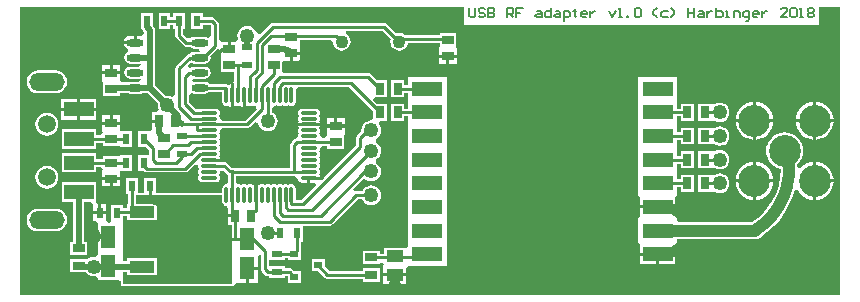
<source format=gtl>
G04 Layer_Physical_Order=1*
G04 Layer_Color=255*
%FSLAX42Y42*%
%MOMM*%
G71*
G01*
G75*
%ADD10C,1.00*%
%ADD11R,0.95X0.60*%
%ADD12R,1.00X0.80*%
%ADD13R,0.74X1.02*%
%ADD14R,2.50X1.20*%
%ADD15R,1.45X1.00*%
%ADD16R,1.02X0.74*%
%ADD17R,0.70X0.60*%
%ADD18R,1.30X1.95*%
%ADD19R,0.80X1.00*%
%ADD20R,2.15X1.00*%
%ADD21R,2.15X3.25*%
%ADD22R,0.60X0.95*%
%ADD23O,1.45X0.60*%
%ADD24O,1.45X0.30*%
%ADD25O,0.30X1.45*%
%ADD26R,2.50X1.25*%
%ADD27C,0.80*%
%ADD28C,0.25*%
%ADD29C,0.50*%
%ADD30C,0.20*%
%ADD31C,2.70*%
%ADD32C,1.10*%
%ADD33C,1.50*%
%ADD34O,3.00X1.50*%
%ADD35C,1.25*%
G36*
X6969Y31D02*
X31D01*
Y2469D01*
X3790D01*
Y2313D01*
X6789D01*
Y2469D01*
X6969D01*
Y31D01*
D02*
G37*
%LPC*%
G36*
X6768Y1155D02*
Y1008D01*
X6915D01*
X6913Y1026D01*
X6904Y1057D01*
X6889Y1085D01*
X6869Y1109D01*
X6845Y1129D01*
X6817Y1144D01*
X6786Y1153D01*
X6768Y1155D01*
D02*
G37*
G36*
X669Y1232D02*
X379D01*
Y1068D01*
X669D01*
Y1117D01*
X711D01*
X727Y1092D01*
X725Y1080D01*
X725Y1067D01*
Y1028D01*
X875D01*
Y1057D01*
X875Y1080D01*
X900Y1082D01*
X975D01*
Y1218D01*
X875D01*
Y1218D01*
X870Y1210D01*
X730D01*
Y1183D01*
X669D01*
Y1232D01*
D02*
G37*
G36*
X5950Y1058D02*
X5928Y1055D01*
X5908Y1047D01*
X5907Y1046D01*
X5882Y1046D01*
Y1046D01*
X5768D01*
Y904D01*
X5882D01*
Y904D01*
X5907Y904D01*
X5908Y903D01*
X5928Y895D01*
X5950Y892D01*
X5972Y895D01*
X5992Y903D01*
X6009Y916D01*
X6022Y933D01*
X6030Y953D01*
X6033Y975D01*
X6030Y997D01*
X6022Y1017D01*
X6009Y1034D01*
X5992Y1047D01*
X5972Y1055D01*
X5950Y1058D01*
D02*
G37*
G36*
X6258Y1155D02*
Y1008D01*
X6405D01*
X6403Y1026D01*
X6394Y1057D01*
X6379Y1085D01*
X6359Y1109D01*
X6335Y1129D01*
X6307Y1144D01*
X6276Y1153D01*
X6258Y1155D01*
D02*
G37*
G36*
X787Y1002D02*
X725D01*
Y950D01*
X787D01*
Y1002D01*
D02*
G37*
G36*
X875D02*
X813D01*
Y950D01*
X875D01*
Y1002D01*
D02*
G37*
G36*
X6232Y1155D02*
X6214Y1153D01*
X6183Y1144D01*
X6155Y1129D01*
X6131Y1109D01*
X6111Y1085D01*
X6096Y1057D01*
X6087Y1026D01*
X6085Y1008D01*
X6232D01*
Y1155D01*
D02*
G37*
G36*
X6915Y1492D02*
X6768D01*
Y1345D01*
X6786Y1347D01*
X6817Y1356D01*
X6845Y1371D01*
X6869Y1391D01*
X6889Y1415D01*
X6904Y1443D01*
X6913Y1474D01*
X6915Y1492D01*
D02*
G37*
G36*
X254Y1571D02*
X229Y1568D01*
X206Y1558D01*
X186Y1543D01*
X171Y1523D01*
X161Y1500D01*
X158Y1475D01*
X161Y1450D01*
X171Y1427D01*
X186Y1407D01*
X206Y1392D01*
X229Y1382D01*
X254Y1379D01*
X279Y1382D01*
X302Y1392D01*
X322Y1407D01*
X337Y1427D01*
X347Y1450D01*
X350Y1475D01*
X347Y1500D01*
X337Y1523D01*
X322Y1543D01*
X302Y1558D01*
X279Y1568D01*
X254Y1571D01*
D02*
G37*
G36*
X875Y1472D02*
X800D01*
X725D01*
Y1433D01*
X725Y1420D01*
X727Y1408D01*
X711Y1383D01*
X669D01*
Y1432D01*
X379D01*
Y1268D01*
X669D01*
Y1317D01*
X730D01*
Y1290D01*
X870D01*
X875Y1282D01*
Y1282D01*
X975D01*
Y1418D01*
X900D01*
X875Y1420D01*
X875Y1443D01*
Y1472D01*
D02*
G37*
G36*
X6742Y1492D02*
X6595D01*
X6597Y1474D01*
X6606Y1443D01*
X6621Y1415D01*
X6641Y1391D01*
X6665Y1371D01*
X6693Y1356D01*
X6724Y1347D01*
X6742Y1345D01*
Y1492D01*
D02*
G37*
G36*
X5950Y1258D02*
X5928Y1255D01*
X5908Y1247D01*
X5907Y1246D01*
X5882Y1246D01*
Y1246D01*
X5768D01*
Y1104D01*
X5882D01*
Y1104D01*
X5907Y1104D01*
X5908Y1103D01*
X5928Y1095D01*
X5950Y1092D01*
X5972Y1095D01*
X5992Y1103D01*
X6009Y1116D01*
X6022Y1133D01*
X6030Y1153D01*
X6033Y1175D01*
X6030Y1197D01*
X6022Y1217D01*
X6009Y1234D01*
X5992Y1247D01*
X5972Y1255D01*
X5950Y1258D01*
D02*
G37*
G36*
X6232Y1492D02*
X6085D01*
X6087Y1474D01*
X6096Y1443D01*
X6111Y1415D01*
X6131Y1391D01*
X6155Y1371D01*
X6183Y1356D01*
X6214Y1347D01*
X6232Y1345D01*
Y1492D01*
D02*
G37*
G36*
X6405D02*
X6258D01*
Y1345D01*
X6276Y1347D01*
X6307Y1356D01*
X6335Y1371D01*
X6359Y1391D01*
X6379Y1415D01*
X6394Y1443D01*
X6403Y1474D01*
X6405Y1492D01*
D02*
G37*
G36*
X5412Y362D02*
X5275D01*
Y290D01*
X5412D01*
Y362D01*
D02*
G37*
G36*
X5575D02*
X5438D01*
Y290D01*
X5575D01*
Y362D01*
D02*
G37*
G36*
X329Y761D02*
X179D01*
X154Y758D01*
X131Y748D01*
X111Y733D01*
X96Y713D01*
X86Y690D01*
X83Y665D01*
X86Y640D01*
X96Y617D01*
X111Y597D01*
X131Y582D01*
X154Y572D01*
X179Y569D01*
X329D01*
X354Y572D01*
X377Y582D01*
X397Y597D01*
X412Y617D01*
X422Y640D01*
X425Y665D01*
X422Y690D01*
X412Y713D01*
X397Y733D01*
X377Y748D01*
X354Y758D01*
X329Y761D01*
D02*
G37*
G36*
X2605Y330D02*
X2495D01*
Y230D01*
X2553D01*
X2607Y177D01*
X2617Y169D01*
X2630Y167D01*
X2929D01*
Y143D01*
X3071D01*
Y257D01*
X2929D01*
Y233D01*
X2644D01*
X2605Y272D01*
Y330D01*
D02*
G37*
G36*
X3187Y187D02*
X3102D01*
Y125D01*
X3187D01*
Y187D01*
D02*
G37*
G36*
X3298D02*
X3213D01*
Y125D01*
X3298D01*
Y187D01*
D02*
G37*
G36*
X2040Y242D02*
X1963D01*
Y132D01*
X2040D01*
Y242D01*
D02*
G37*
G36*
X6500Y1406D02*
X6470Y1403D01*
X6440Y1394D01*
X6413Y1380D01*
X6390Y1360D01*
X6370Y1337D01*
X6356Y1310D01*
X6347Y1280D01*
X6344Y1250D01*
X6347Y1220D01*
X6356Y1190D01*
X6370Y1163D01*
X6390Y1140D01*
X6413Y1120D01*
X6440Y1106D01*
X6468Y1098D01*
X6468Y1097D01*
X6464Y1026D01*
X6450Y956D01*
X6427Y888D01*
X6395Y824D01*
X6355Y764D01*
X6308Y710D01*
X6254Y663D01*
X6228Y646D01*
X5608D01*
X5590Y663D01*
X5590Y675D01*
X5575Y694D01*
X5575Y700D01*
Y762D01*
X5425D01*
X5275D01*
X5275Y694D01*
X5260Y675D01*
X5260Y671D01*
X5260Y475D01*
X5275Y456D01*
X5275Y450D01*
Y388D01*
X5425D01*
X5575D01*
X5575Y456D01*
X5590Y475D01*
X5590Y479D01*
Y504D01*
X6250D01*
X6266Y506D01*
X6268Y507D01*
X6288Y515D01*
X6288Y515D01*
X6350Y559D01*
X6408Y611D01*
X6459Y668D01*
X6504Y731D01*
X6541Y799D01*
X6571Y870D01*
X6585Y920D01*
X6612Y922D01*
X6621Y905D01*
X6641Y881D01*
X6665Y861D01*
X6693Y846D01*
X6724Y837D01*
X6742Y835D01*
Y995D01*
Y1155D01*
X6724Y1153D01*
X6693Y1144D01*
X6665Y1129D01*
X6641Y1109D01*
X6634Y1101D01*
X6609Y1109D01*
X6607Y1137D01*
X6610Y1140D01*
X6630Y1163D01*
X6644Y1190D01*
X6653Y1220D01*
X6656Y1250D01*
X6653Y1280D01*
X6644Y1310D01*
X6630Y1337D01*
X6610Y1360D01*
X6587Y1380D01*
X6560Y1394D01*
X6530Y1403D01*
X6500Y1406D01*
D02*
G37*
G36*
X6915Y982D02*
X6768D01*
Y835D01*
X6786Y837D01*
X6817Y846D01*
X6845Y861D01*
X6869Y881D01*
X6889Y905D01*
X6904Y933D01*
X6913Y964D01*
X6915Y982D01*
D02*
G37*
G36*
X254Y1121D02*
X229Y1118D01*
X206Y1108D01*
X186Y1093D01*
X171Y1073D01*
X161Y1050D01*
X158Y1025D01*
X161Y1000D01*
X171Y977D01*
X186Y957D01*
X206Y942D01*
X229Y932D01*
X254Y929D01*
X279Y932D01*
X302Y942D01*
X322Y957D01*
X337Y977D01*
X347Y1000D01*
X350Y1025D01*
X347Y1050D01*
X337Y1073D01*
X322Y1093D01*
X302Y1108D01*
X279Y1118D01*
X254Y1121D01*
D02*
G37*
G36*
X6405Y982D02*
X6258D01*
Y835D01*
X6276Y837D01*
X6307Y846D01*
X6335Y861D01*
X6359Y881D01*
X6379Y905D01*
X6394Y933D01*
X6403Y964D01*
X6405Y982D01*
D02*
G37*
G36*
X669Y982D02*
X379D01*
Y818D01*
X478D01*
Y482D01*
X454D01*
Y368D01*
X596D01*
Y482D01*
X570D01*
Y818D01*
X632D01*
X645Y798D01*
X645Y793D01*
Y738D01*
X687D01*
Y798D01*
X682D01*
X669Y818D01*
X669Y823D01*
Y982D01*
D02*
G37*
G36*
X755Y798D02*
X713D01*
Y738D01*
X755D01*
Y798D01*
D02*
G37*
G36*
X6232Y982D02*
X6085D01*
X6087Y964D01*
X6096Y933D01*
X6111Y905D01*
X6131Y881D01*
X6155Y861D01*
X6183Y846D01*
X6214Y837D01*
X6232Y835D01*
Y982D01*
D02*
G37*
G36*
X329Y1931D02*
X179D01*
X154Y1928D01*
X131Y1918D01*
X111Y1903D01*
X96Y1883D01*
X86Y1860D01*
X83Y1835D01*
X86Y1810D01*
X96Y1787D01*
X111Y1767D01*
X131Y1752D01*
X154Y1742D01*
X179Y1739D01*
X329D01*
X354Y1742D01*
X377Y1752D01*
X397Y1767D01*
X412Y1787D01*
X422Y1810D01*
X425Y1835D01*
X422Y1860D01*
X412Y1883D01*
X397Y1903D01*
X377Y1918D01*
X354Y1928D01*
X329Y1931D01*
D02*
G37*
G36*
X3640Y1875D02*
X3310D01*
Y1808D01*
X3281D01*
Y1846D01*
X3167D01*
Y1704D01*
X3281D01*
Y1742D01*
X3310D01*
X3310Y1675D01*
X3310Y1650D01*
Y1608D01*
X3281D01*
Y1646D01*
X3167D01*
Y1504D01*
X3281D01*
Y1542D01*
X3310D01*
X3310Y1475D01*
X3310Y1450D01*
Y1300D01*
X3310Y1275D01*
X3310Y1250D01*
Y1100D01*
X3310Y1075D01*
X3310Y1050D01*
Y900D01*
X3310Y875D01*
X3310Y850D01*
Y700D01*
X3310Y675D01*
X3310Y650D01*
Y500D01*
X3310Y475D01*
X3310Y448D01*
X3292Y430D01*
X3108D01*
Y380D01*
X3071D01*
Y404D01*
X2929D01*
Y290D01*
X3071D01*
Y298D01*
X3096Y304D01*
X3105Y289D01*
X3102Y275D01*
X3102Y267D01*
Y213D01*
X3298D01*
Y255D01*
X3310Y275D01*
X3322Y275D01*
X3640D01*
Y450D01*
X3640Y475D01*
X3640Y500D01*
Y650D01*
X3640Y675D01*
X3640Y700D01*
Y850D01*
X3640Y875D01*
X3640Y900D01*
Y1050D01*
X3640Y1075D01*
X3640Y1100D01*
Y1250D01*
X3640Y1275D01*
X3640Y1300D01*
Y1450D01*
X3640Y1475D01*
X3640Y1500D01*
Y1650D01*
X3640Y1675D01*
X3640Y1700D01*
Y1875D01*
D02*
G37*
G36*
X787Y1975D02*
X725D01*
Y1923D01*
X787D01*
Y1975D01*
D02*
G37*
G36*
X511Y1688D02*
X374D01*
Y1613D01*
X511D01*
Y1688D01*
D02*
G37*
G36*
X674D02*
X537D01*
Y1613D01*
X674D01*
Y1688D01*
D02*
G37*
G36*
X5950Y1658D02*
X5928Y1655D01*
X5908Y1647D01*
X5907Y1646D01*
X5882Y1646D01*
Y1646D01*
X5768D01*
Y1504D01*
X5882D01*
Y1504D01*
X5907Y1504D01*
X5908Y1503D01*
X5928Y1495D01*
X5950Y1492D01*
X5972Y1495D01*
X5992Y1503D01*
X6009Y1516D01*
X6022Y1533D01*
X6030Y1553D01*
X6033Y1575D01*
X6030Y1597D01*
X6022Y1617D01*
X6009Y1634D01*
X5992Y1647D01*
X5972Y1655D01*
X5950Y1658D01*
D02*
G37*
G36*
X2400Y2062D02*
X2338D01*
Y2010D01*
X2400D01*
Y2062D01*
D02*
G37*
G36*
X990Y2222D02*
X960D01*
X938Y2218D01*
X920Y2205D01*
X908Y2187D01*
X906Y2178D01*
X990D01*
Y2222D01*
D02*
G37*
G36*
X1575Y2417D02*
X1475D01*
Y2283D01*
X1575D01*
Y2317D01*
X1636D01*
X1642Y2311D01*
Y2219D01*
X1617Y2208D01*
X1610Y2213D01*
X1590Y2216D01*
X1505D01*
X1485Y2213D01*
X1469Y2202D01*
X1444Y2203D01*
X1408Y2239D01*
Y2283D01*
X1425D01*
Y2417D01*
X1325D01*
Y2383D01*
X1300D01*
Y2417D01*
X1200D01*
Y2283D01*
X1300D01*
Y2317D01*
X1325D01*
Y2283D01*
X1342D01*
Y2225D01*
X1344Y2212D01*
X1352Y2202D01*
X1411Y2142D01*
X1422Y2135D01*
X1435Y2132D01*
X1467D01*
X1469Y2129D01*
X1485Y2118D01*
X1505Y2115D01*
X1541D01*
X1555Y2090D01*
X1555Y2089D01*
X1505D01*
X1485Y2086D01*
X1469Y2075D01*
X1467Y2072D01*
X1464D01*
X1451Y2069D01*
X1440Y2062D01*
X1352Y1973D01*
X1344Y1963D01*
X1342Y1950D01*
Y1719D01*
X1317Y1706D01*
X1317Y1707D01*
X1297Y1715D01*
X1275Y1718D01*
X1259Y1716D01*
X1171Y1804D01*
Y2050D01*
Y2275D01*
X1167Y2293D01*
X1157Y2307D01*
X1150Y2315D01*
Y2417D01*
X1050D01*
Y2283D01*
X1058D01*
X1058Y2282D01*
X1068Y2268D01*
X1075Y2260D01*
X1074Y2235D01*
X1054Y2220D01*
X1045Y2222D01*
X1015D01*
Y2166D01*
X1002D01*
Y2153D01*
X906D01*
X908Y2144D01*
X920Y2126D01*
X938Y2113D01*
X945Y2112D01*
Y2087D01*
X940Y2086D01*
X924Y2075D01*
X913Y2058D01*
X909Y2039D01*
X913Y2019D01*
X924Y2002D01*
X940Y1991D01*
X960Y1988D01*
X1045D01*
X1052Y1982D01*
X1029Y1962D01*
X960D01*
X940Y1959D01*
X924Y1948D01*
X913Y1931D01*
X909Y1911D01*
X913Y1892D01*
X924Y1875D01*
X940Y1864D01*
X960Y1861D01*
X1045D01*
X1052Y1855D01*
X1029Y1835D01*
X960D01*
X940Y1832D01*
X939Y1830D01*
X895D01*
X875Y1845D01*
X875Y1858D01*
Y1897D01*
X800D01*
X725D01*
Y1858D01*
X725Y1845D01*
X730Y1822D01*
Y1715D01*
X870D01*
Y1739D01*
X939D01*
X940Y1737D01*
X960Y1734D01*
X1045D01*
X1065Y1737D01*
X1066Y1739D01*
X1106D01*
X1194Y1651D01*
X1192Y1634D01*
X1195Y1613D01*
X1200Y1600D01*
X1190Y1581D01*
X1185Y1575D01*
X1142D01*
Y1513D01*
X1207D01*
Y1487D01*
X1142D01*
Y1448D01*
X1142Y1446D01*
X1141Y1434D01*
X1127Y1420D01*
X1127Y1420D01*
X1116Y1418D01*
X1116Y1418D01*
X1105Y1418D01*
X1025D01*
Y1282D01*
X1096D01*
X1117Y1261D01*
Y1218D01*
X1025D01*
Y1082D01*
X1071D01*
X1077Y1077D01*
X1087Y1069D01*
X1100Y1067D01*
X1425D01*
X1438Y1069D01*
X1448Y1077D01*
X1512Y1141D01*
X1535Y1128D01*
X1534Y1123D01*
X1537Y1109D01*
X1545Y1098D01*
X1537Y1086D01*
X1534Y1073D01*
X1537Y1059D01*
X1545Y1048D01*
X1537Y1036D01*
X1534Y1023D01*
X1537Y1009D01*
X1545Y997D01*
X1556Y990D01*
X1570Y987D01*
X1685D01*
X1699Y990D01*
X1710Y997D01*
X1718Y1009D01*
X1721Y1023D01*
X1718Y1036D01*
X1710Y1048D01*
X1718Y1059D01*
X1721Y1073D01*
X1723Y1075D01*
X1754Y1077D01*
X1780Y1052D01*
X1790Y1044D01*
X1792Y1044D01*
Y990D01*
X1775Y968D01*
X1761Y965D01*
X1750Y958D01*
X1742Y946D01*
X1739Y932D01*
Y895D01*
X1175D01*
Y1018D01*
X1075D01*
Y895D01*
X1025D01*
Y1018D01*
X925D01*
Y882D01*
X942D01*
Y800D01*
X930D01*
Y763D01*
X900D01*
Y793D01*
X800D01*
Y668D01*
X800Y657D01*
X781Y643D01*
X777D01*
X755Y652D01*
X755Y668D01*
Y712D01*
X700D01*
X645D01*
Y652D01*
X663D01*
X685Y643D01*
X685Y627D01*
Y533D01*
X775D01*
Y507D01*
X685D01*
Y415D01*
X685Y397D01*
X690Y374D01*
Y366D01*
X665Y351D01*
X650Y353D01*
X628Y350D01*
X608Y342D01*
X605Y340D01*
X596Y335D01*
X454D01*
Y221D01*
X584D01*
X591Y211D01*
X608Y198D01*
X628Y190D01*
X650Y187D01*
X665Y189D01*
X690Y174D01*
Y158D01*
X860D01*
X880Y144D01*
Y125D01*
X881Y117D01*
X886Y111D01*
X892Y106D01*
X900Y105D01*
X1825D01*
X1833Y106D01*
X1839Y111D01*
X1842Y114D01*
X1849Y122D01*
X1858Y129D01*
X1868Y132D01*
X1870D01*
X1937D01*
Y255D01*
X1950D01*
Y268D01*
X2040D01*
Y352D01*
X2054Y365D01*
X2065Y369D01*
X2067Y368D01*
Y250D01*
X2069Y237D01*
X2077Y227D01*
X2102Y202D01*
X2112Y194D01*
X2125Y192D01*
X2133D01*
Y175D01*
X2267D01*
Y192D01*
X2295D01*
Y135D01*
X2405D01*
Y235D01*
X2347D01*
X2333Y248D01*
X2323Y256D01*
X2310Y258D01*
X2267D01*
Y275D01*
X2133D01*
Y325D01*
X2267D01*
Y342D01*
X2295D01*
Y325D01*
X2405D01*
Y386D01*
X2406Y387D01*
X2408Y400D01*
Y482D01*
X2425D01*
Y617D01*
X2650D01*
X2663Y619D01*
X2673Y627D01*
X2889Y842D01*
X2924D01*
X2928Y833D01*
X2941Y816D01*
X2958Y803D01*
X2978Y795D01*
X3000Y792D01*
X3022Y795D01*
X3042Y803D01*
X3059Y816D01*
X3072Y833D01*
X3080Y853D01*
X3083Y875D01*
X3080Y897D01*
X3072Y917D01*
X3059Y934D01*
X3042Y947D01*
X3022Y955D01*
X3000Y958D01*
X2978Y955D01*
X2958Y947D01*
X2941Y934D01*
X2928Y917D01*
X2924Y908D01*
X2875D01*
X2862Y906D01*
X2848Y926D01*
X2938Y1016D01*
X2941Y1016D01*
X2958Y1003D01*
X2978Y995D01*
X3000Y992D01*
X3022Y995D01*
X3042Y1003D01*
X3059Y1016D01*
X3072Y1033D01*
X3080Y1053D01*
X3083Y1075D01*
X3080Y1097D01*
X3072Y1117D01*
X3059Y1134D01*
X3042Y1147D01*
X3037Y1149D01*
Y1176D01*
X3042Y1178D01*
X3059Y1191D01*
X3072Y1208D01*
X3080Y1228D01*
X3083Y1250D01*
X3080Y1272D01*
X3072Y1292D01*
X3059Y1309D01*
X3042Y1322D01*
X3037Y1324D01*
Y1351D01*
X3042Y1353D01*
X3059Y1366D01*
X3072Y1383D01*
X3080Y1403D01*
X3083Y1425D01*
X3080Y1447D01*
X3072Y1467D01*
X3063Y1479D01*
X3068Y1496D01*
X3074Y1504D01*
X3133D01*
Y1646D01*
X3052D01*
X3019Y1679D01*
X3030Y1704D01*
X3040Y1704D01*
X3133D01*
Y1846D01*
X3052D01*
X3000Y1898D01*
X2989Y1906D01*
X2976Y1908D01*
X2267D01*
X2245Y1915D01*
X2245Y1920D01*
Y1987D01*
X2250Y2010D01*
X2312D01*
Y2075D01*
X2325D01*
Y2088D01*
X2400D01*
Y2140D01*
X2400D01*
X2395Y2150D01*
Y2192D01*
X2660D01*
X2674Y2175D01*
X2677Y2155D01*
X2684Y2137D01*
X2697Y2122D01*
X2712Y2109D01*
X2730Y2102D01*
X2750Y2099D01*
X2770Y2102D01*
X2788Y2109D01*
X2803Y2122D01*
X2816Y2137D01*
X2823Y2155D01*
X2826Y2175D01*
X2823Y2195D01*
X2816Y2213D01*
X2803Y2228D01*
X2788Y2241D01*
X2785Y2242D01*
X2790Y2267D01*
X3094D01*
X3165Y2196D01*
X3165Y2195D01*
X3162Y2175D01*
X3165Y2155D01*
X3172Y2137D01*
X3185Y2122D01*
X3200Y2109D01*
X3218Y2102D01*
X3238Y2099D01*
X3258Y2102D01*
X3276Y2109D01*
X3291Y2122D01*
X3304Y2137D01*
X3311Y2155D01*
X3313Y2167D01*
X3580D01*
Y2138D01*
X3575Y2115D01*
X3575Y2102D01*
Y2063D01*
X3650D01*
Y2050D01*
D01*
Y2063D01*
X3725D01*
Y2102D01*
X3725Y2115D01*
X3720Y2138D01*
Y2245D01*
X3580D01*
Y2233D01*
X3285D01*
X3276Y2241D01*
X3258Y2248D01*
X3238Y2251D01*
X3218Y2248D01*
X3210Y2245D01*
X3131Y2323D01*
X3121Y2331D01*
X3108Y2333D01*
X2165D01*
X2153Y2331D01*
X2142Y2323D01*
X2057Y2238D01*
X2030Y2247D01*
X2022Y2267D01*
X2009Y2284D01*
X1992Y2297D01*
X1972Y2305D01*
X1950Y2308D01*
X1928Y2305D01*
X1908Y2297D01*
X1891Y2284D01*
X1878Y2267D01*
X1870Y2247D01*
X1867Y2225D01*
X1870Y2203D01*
X1871Y2200D01*
X1854Y2175D01*
X1813D01*
Y2110D01*
X1787D01*
Y2175D01*
X1733D01*
X1725Y2175D01*
X1708Y2194D01*
Y2325D01*
X1706Y2338D01*
X1698Y2348D01*
X1673Y2373D01*
X1663Y2381D01*
X1650Y2383D01*
X1575D01*
Y2417D01*
D02*
G37*
G36*
X875Y1975D02*
X813D01*
Y1923D01*
X875D01*
Y1975D01*
D02*
G37*
G36*
X3637Y2037D02*
X3575D01*
Y1985D01*
X3637D01*
Y2037D01*
D02*
G37*
G36*
X3725D02*
X3663D01*
Y1985D01*
X3725D01*
Y2037D01*
D02*
G37*
G36*
X6768Y1665D02*
Y1518D01*
X6915D01*
X6913Y1536D01*
X6904Y1567D01*
X6889Y1595D01*
X6869Y1619D01*
X6845Y1639D01*
X6817Y1654D01*
X6786Y1663D01*
X6768Y1665D01*
D02*
G37*
G36*
X5590Y1875D02*
X5260D01*
Y1700D01*
X5260Y1675D01*
X5260Y1650D01*
Y1500D01*
X5260Y1475D01*
X5260Y1450D01*
Y1300D01*
X5260Y1275D01*
X5260Y1250D01*
Y1100D01*
X5260Y1075D01*
X5260Y1050D01*
X5260Y875D01*
X5275Y856D01*
X5275Y850D01*
Y788D01*
X5425D01*
X5575D01*
X5575Y856D01*
X5590Y875D01*
X5590Y879D01*
Y942D01*
X5621D01*
Y904D01*
X5735D01*
Y1046D01*
X5621D01*
Y1008D01*
X5590D01*
X5590Y1075D01*
X5590Y1100D01*
Y1142D01*
X5621D01*
Y1104D01*
X5735D01*
Y1246D01*
X5621D01*
Y1208D01*
X5590D01*
X5590Y1275D01*
X5590Y1300D01*
Y1342D01*
X5621D01*
Y1304D01*
X5735D01*
Y1446D01*
X5621D01*
Y1408D01*
X5590D01*
X5590Y1475D01*
X5590Y1500D01*
Y1542D01*
X5621D01*
Y1504D01*
X5735D01*
Y1646D01*
X5621D01*
Y1608D01*
X5590D01*
X5590Y1675D01*
X5590Y1700D01*
Y1875D01*
D02*
G37*
G36*
X511Y1587D02*
X374D01*
Y1512D01*
X511D01*
Y1587D01*
D02*
G37*
G36*
X875Y1550D02*
X813D01*
Y1498D01*
X875D01*
Y1550D01*
D02*
G37*
G36*
X5950Y1458D02*
X5928Y1455D01*
X5908Y1447D01*
X5907Y1446D01*
X5882Y1446D01*
Y1446D01*
X5768D01*
Y1304D01*
X5882D01*
Y1304D01*
X5907Y1304D01*
X5908Y1303D01*
X5928Y1295D01*
X5950Y1292D01*
X5972Y1295D01*
X5992Y1303D01*
X6009Y1316D01*
X6022Y1333D01*
X6030Y1353D01*
X6033Y1375D01*
X6030Y1397D01*
X6022Y1417D01*
X6009Y1434D01*
X5992Y1447D01*
X5972Y1455D01*
X5950Y1458D01*
D02*
G37*
G36*
X787Y1550D02*
X725D01*
Y1498D01*
X787D01*
Y1550D01*
D02*
G37*
G36*
X674Y1587D02*
X537D01*
Y1512D01*
X674D01*
Y1587D01*
D02*
G37*
G36*
X6258Y1665D02*
Y1518D01*
X6405D01*
X6403Y1536D01*
X6394Y1567D01*
X6379Y1595D01*
X6359Y1619D01*
X6335Y1639D01*
X6307Y1654D01*
X6276Y1663D01*
X6258Y1665D01*
D02*
G37*
G36*
X6742D02*
X6724Y1663D01*
X6693Y1654D01*
X6665Y1639D01*
X6641Y1619D01*
X6621Y1595D01*
X6606Y1567D01*
X6597Y1536D01*
X6595Y1518D01*
X6742D01*
Y1665D01*
D02*
G37*
G36*
X6232D02*
X6214Y1663D01*
X6183Y1654D01*
X6155Y1639D01*
X6131Y1619D01*
X6111Y1595D01*
X6096Y1567D01*
X6087Y1536D01*
X6085Y1518D01*
X6232D01*
Y1665D01*
D02*
G37*
%LPD*%
G36*
X2374Y1023D02*
X2377Y1007D01*
X2386Y993D01*
X2399Y984D01*
X2415Y981D01*
X2460D01*
Y1023D01*
X2485D01*
Y981D01*
X2524D01*
X2533Y967D01*
X2535Y957D01*
X2411Y833D01*
X2361D01*
Y932D01*
X2358Y946D01*
X2350Y958D01*
X2339Y965D01*
X2325Y968D01*
X2311Y965D01*
X2300Y958D01*
X2289Y965D01*
X2275Y968D01*
X2261Y965D01*
X2250Y958D01*
X2239Y965D01*
X2225Y968D01*
X2211Y965D01*
X2200Y958D01*
X2189Y965D01*
X2175Y968D01*
X2161Y965D01*
X2150Y958D01*
X2139Y965D01*
X2125Y968D01*
X2111Y965D01*
X2100Y958D01*
X2089Y965D01*
X2075Y968D01*
X2061Y965D01*
X2055Y961D01*
X2054Y962D01*
X2041Y971D01*
X2038Y971D01*
Y875D01*
X2012D01*
Y971D01*
X2009Y971D01*
X1996Y962D01*
X1995Y961D01*
X1989Y965D01*
X1975Y968D01*
X1961Y965D01*
X1950Y958D01*
X1939Y965D01*
X1925Y968D01*
X1911Y965D01*
X1900Y958D01*
X1889Y965D01*
X1875Y968D01*
X1858Y990D01*
Y1039D01*
X2352D01*
X2374Y1023D01*
D02*
G37*
G36*
X1725Y2107D02*
X1725Y2045D01*
X1730Y2022D01*
Y1915D01*
X1842D01*
Y1841D01*
X1825Y1819D01*
X1809Y1816D01*
X1796Y1807D01*
X1791Y1809D01*
X1789Y1810D01*
X1787Y1811D01*
X1778Y1815D01*
X1766Y1818D01*
X1628D01*
X1626Y1821D01*
X1610Y1832D01*
X1590Y1835D01*
X1505D01*
X1500Y1834D01*
X1481Y1848D01*
X1499Y1862D01*
X1505Y1861D01*
X1590D01*
X1610Y1864D01*
X1626Y1875D01*
X1637Y1892D01*
X1641Y1911D01*
X1637Y1931D01*
X1626Y1948D01*
X1610Y1959D01*
X1590Y1962D01*
X1505D01*
X1485Y1959D01*
X1469Y1948D01*
X1455Y1948D01*
X1445Y1974D01*
X1472Y2000D01*
X1485Y1991D01*
X1505Y1988D01*
X1590D01*
X1610Y1991D01*
X1626Y2002D01*
X1637Y2019D01*
X1641Y2039D01*
X1638Y2052D01*
X1698Y2112D01*
X1700Y2114D01*
X1725Y2107D01*
D02*
G37*
G36*
X1739Y1662D02*
X1742Y1649D01*
X1750Y1637D01*
X1761Y1630D01*
X1775Y1627D01*
X1789Y1630D01*
X1795Y1634D01*
X1796Y1633D01*
X1809Y1624D01*
X1812Y1624D01*
Y1720D01*
X1838D01*
Y1624D01*
X1841Y1624D01*
X1854Y1633D01*
X1855Y1634D01*
X1861Y1630D01*
X1875Y1627D01*
X1889Y1630D01*
X1895Y1634D01*
X1896Y1633D01*
X1909Y1624D01*
X1912Y1624D01*
Y1720D01*
X1938D01*
Y1624D01*
X1941Y1624D01*
X1954Y1633D01*
X1955Y1634D01*
X1961Y1630D01*
X1975Y1627D01*
X1989Y1630D01*
X1997Y1635D01*
X2010Y1630D01*
X2011Y1630D01*
X2015Y1629D01*
X2021Y1627D01*
X2028Y1614D01*
X2031Y1602D01*
X1934Y1506D01*
X1743D01*
X1721Y1523D01*
X1718Y1536D01*
X1710Y1548D01*
X1718Y1559D01*
X1721Y1573D01*
X1718Y1586D01*
X1710Y1598D01*
X1699Y1605D01*
X1685Y1608D01*
X1570D01*
X1557Y1606D01*
X1516D01*
X1458Y1664D01*
Y1726D01*
X1483Y1739D01*
X1485Y1737D01*
X1505Y1734D01*
X1590D01*
X1610Y1737D01*
X1626Y1748D01*
X1628Y1751D01*
X1739D01*
Y1662D01*
D02*
G37*
G36*
Y818D02*
X1742Y804D01*
X1750Y792D01*
X1761Y785D01*
X1763Y784D01*
X1776Y779D01*
X1785Y758D01*
Y713D01*
X1850D01*
Y687D01*
X1785D01*
Y625D01*
X1825D01*
Y125D01*
X1825Y125D01*
X900D01*
Y224D01*
X930D01*
Y200D01*
X1185D01*
Y340D01*
X930D01*
Y316D01*
X900D01*
Y697D01*
X930D01*
Y660D01*
X1185D01*
Y800D01*
X1008D01*
Y875D01*
X1739D01*
Y818D01*
D02*
G37*
G36*
X3019Y1585D02*
Y1525D01*
X3001Y1508D01*
X3000Y1508D01*
X2978Y1505D01*
X2958Y1497D01*
X2941Y1484D01*
X2928Y1467D01*
X2920Y1447D01*
X2917Y1425D01*
X2918Y1415D01*
X2882Y1378D01*
X2874Y1368D01*
X2872Y1355D01*
Y1294D01*
X2596Y1018D01*
X2584Y1020D01*
X2570Y1027D01*
X2568Y1038D01*
X2559Y1052D01*
X2558Y1052D01*
X2563Y1059D01*
X2566Y1073D01*
X2563Y1086D01*
X2555Y1098D01*
X2563Y1109D01*
X2566Y1123D01*
X2563Y1136D01*
X2555Y1148D01*
X2563Y1159D01*
X2566Y1173D01*
X2563Y1186D01*
X2555Y1198D01*
X2563Y1209D01*
X2566Y1223D01*
X2563Y1236D01*
X2555Y1248D01*
X2563Y1259D01*
X2566Y1273D01*
X2588Y1289D01*
X2630D01*
Y1265D01*
X2770D01*
Y1372D01*
X2775Y1395D01*
X2775Y1408D01*
Y1447D01*
X2700D01*
X2625D01*
Y1408D01*
X2625Y1395D01*
X2628Y1381D01*
X2613Y1356D01*
X2588D01*
X2566Y1373D01*
X2563Y1386D01*
X2555Y1398D01*
X2563Y1409D01*
X2566Y1423D01*
X2563Y1436D01*
X2558Y1443D01*
X2559Y1443D01*
X2568Y1457D01*
X2569Y1460D01*
X2473D01*
X2376D01*
X2377Y1457D01*
X2386Y1443D01*
X2387Y1443D01*
X2382Y1436D01*
X2379Y1423D01*
X2382Y1409D01*
X2390Y1398D01*
X2382Y1386D01*
X2379Y1373D01*
X2376Y1365D01*
X2360Y1353D01*
X2349Y1346D01*
X2327Y1323D01*
X2319Y1313D01*
X2317Y1300D01*
Y1106D01*
X1838D01*
X1825Y1108D01*
X1817D01*
X1777Y1148D01*
X1766Y1156D01*
X1753Y1158D01*
X1738D01*
X1726Y1173D01*
X1723Y1188D01*
X1714Y1202D01*
X1713Y1202D01*
X1718Y1209D01*
X1721Y1223D01*
X1718Y1236D01*
X1710Y1248D01*
X1718Y1259D01*
X1721Y1273D01*
X1718Y1286D01*
X1710Y1298D01*
X1718Y1309D01*
X1721Y1323D01*
X1718Y1336D01*
X1710Y1348D01*
X1718Y1359D01*
X1721Y1373D01*
X1718Y1386D01*
X1710Y1398D01*
X1718Y1409D01*
X1721Y1423D01*
X1743Y1439D01*
X1948D01*
X1960Y1442D01*
X1971Y1449D01*
X2017Y1495D01*
X2044Y1486D01*
X2045Y1478D01*
X2053Y1458D01*
X2066Y1441D01*
X2083Y1428D01*
X2103Y1420D01*
X2125Y1417D01*
X2147Y1420D01*
X2167Y1428D01*
X2184Y1441D01*
X2197Y1458D01*
X2205Y1478D01*
X2208Y1500D01*
X2205Y1522D01*
X2197Y1542D01*
X2184Y1559D01*
X2167Y1572D01*
X2158Y1576D01*
Y1605D01*
X2175Y1627D01*
X2189Y1630D01*
X2200Y1637D01*
X2211Y1630D01*
X2225Y1627D01*
X2239Y1630D01*
X2250Y1637D01*
X2261Y1630D01*
X2275Y1627D01*
X2289Y1630D01*
X2300Y1637D01*
X2311Y1630D01*
X2325Y1627D01*
X2339Y1630D01*
X2350Y1637D01*
X2358Y1649D01*
X2361Y1662D01*
Y1777D01*
X2383Y1792D01*
X2813D01*
X3019Y1585D01*
D02*
G37*
%LPC*%
G36*
X2687Y1525D02*
X2625D01*
Y1473D01*
X2687D01*
Y1525D01*
D02*
G37*
G36*
X2530Y1608D02*
X2415D01*
X2401Y1605D01*
X2390Y1598D01*
X2382Y1586D01*
X2379Y1573D01*
X2382Y1559D01*
X2390Y1548D01*
X2382Y1536D01*
X2379Y1523D01*
X2382Y1509D01*
X2387Y1502D01*
X2386Y1502D01*
X2377Y1488D01*
X2376Y1485D01*
X2473D01*
X2569D01*
X2568Y1488D01*
X2559Y1502D01*
X2558Y1502D01*
X2563Y1509D01*
X2566Y1523D01*
X2563Y1536D01*
X2555Y1548D01*
X2563Y1559D01*
X2566Y1573D01*
X2563Y1586D01*
X2555Y1598D01*
X2544Y1605D01*
X2530Y1608D01*
D02*
G37*
G36*
X2775Y1525D02*
X2713D01*
Y1473D01*
X2775D01*
Y1525D01*
D02*
G37*
%LPD*%
D10*
X6250Y575D02*
G03*
X6525Y1225I-329J522D01*
G01*
X5425Y575D02*
X6250D01*
D11*
X1400Y1375D02*
D03*
Y1225D02*
D03*
X2200Y375D02*
D03*
Y225D02*
D03*
X1950Y2125D02*
D03*
Y1975D02*
D03*
D12*
X1250Y1225D02*
D03*
Y1360D02*
D03*
X2700Y1460D02*
D03*
Y1325D02*
D03*
X2325Y2210D02*
D03*
Y2075D02*
D03*
X800Y1015D02*
D03*
Y1150D02*
D03*
Y1485D02*
D03*
Y1350D02*
D03*
X1800Y2110D02*
D03*
Y1975D02*
D03*
X2175Y2110D02*
D03*
Y1975D02*
D03*
X3650Y2185D02*
D03*
Y2050D02*
D03*
X800Y1910D02*
D03*
Y1775D02*
D03*
D13*
X5678Y1375D02*
D03*
X5825D02*
D03*
X5678Y1575D02*
D03*
X5825D02*
D03*
X5678Y1175D02*
D03*
X5825D02*
D03*
X5678Y975D02*
D03*
X5825D02*
D03*
X3076Y1575D02*
D03*
X3224D02*
D03*
Y1775D02*
D03*
X3076D02*
D03*
D14*
X3475Y1775D02*
D03*
Y1575D02*
D03*
Y1375D02*
D03*
Y1175D02*
D03*
Y975D02*
D03*
Y775D02*
D03*
Y575D02*
D03*
Y375D02*
D03*
X5425Y1775D02*
D03*
Y1575D02*
D03*
Y1375D02*
D03*
Y1175D02*
D03*
Y975D02*
D03*
Y775D02*
D03*
Y575D02*
D03*
Y375D02*
D03*
D15*
X3200Y200D02*
D03*
Y360D02*
D03*
D16*
X3000Y347D02*
D03*
Y200D02*
D03*
X525Y278D02*
D03*
Y425D02*
D03*
D17*
X2350Y185D02*
D03*
Y375D02*
D03*
X2550Y280D02*
D03*
D18*
X1950Y255D02*
D03*
Y500D02*
D03*
X775Y520D02*
D03*
Y275D02*
D03*
D19*
X1985Y700D02*
D03*
X1850D02*
D03*
X1207Y1500D02*
D03*
X1343D02*
D03*
D20*
X1057Y730D02*
D03*
Y500D02*
D03*
Y270D02*
D03*
D21*
X1642Y500D02*
D03*
D22*
X700Y725D02*
D03*
X850D02*
D03*
X975Y950D02*
D03*
X1125D02*
D03*
X925Y1150D02*
D03*
X1075D02*
D03*
X925Y1350D02*
D03*
X1075D02*
D03*
X1375Y2350D02*
D03*
X1525D02*
D03*
X1250D02*
D03*
X1100D02*
D03*
X2225Y550D02*
D03*
X2375D02*
D03*
D23*
X1002Y2166D02*
D03*
Y2039D02*
D03*
Y1911D02*
D03*
Y1784D02*
D03*
X1548Y2166D02*
D03*
Y2039D02*
D03*
Y1911D02*
D03*
Y1784D02*
D03*
D24*
X1627Y1573D02*
D03*
Y1523D02*
D03*
Y1473D02*
D03*
Y1423D02*
D03*
Y1373D02*
D03*
Y1323D02*
D03*
Y1273D02*
D03*
Y1223D02*
D03*
Y1173D02*
D03*
Y1123D02*
D03*
Y1073D02*
D03*
Y1023D02*
D03*
X2473D02*
D03*
Y1073D02*
D03*
Y1123D02*
D03*
Y1173D02*
D03*
Y1223D02*
D03*
Y1273D02*
D03*
Y1323D02*
D03*
Y1373D02*
D03*
Y1423D02*
D03*
Y1473D02*
D03*
Y1523D02*
D03*
Y1573D02*
D03*
D25*
X1775Y875D02*
D03*
X1825D02*
D03*
X1875D02*
D03*
X1925D02*
D03*
X1975D02*
D03*
X2025D02*
D03*
X2075D02*
D03*
X2125D02*
D03*
X2175D02*
D03*
X2225D02*
D03*
X2275D02*
D03*
X2325D02*
D03*
Y1720D02*
D03*
X2275D02*
D03*
X2225D02*
D03*
X2175D02*
D03*
X2125D02*
D03*
X2075D02*
D03*
X2025D02*
D03*
X1975D02*
D03*
X1925D02*
D03*
X1875D02*
D03*
X1825D02*
D03*
X1775D02*
D03*
D26*
X524Y900D02*
D03*
Y1150D02*
D03*
Y1350D02*
D03*
Y1600D02*
D03*
D27*
X6250Y575D02*
X6250D01*
D28*
X1803Y1075D02*
X1825D01*
X1753Y1125D02*
X1803Y1075D01*
X1630Y1125D02*
X1753D01*
X2350Y1073D02*
X2473D01*
X1827D02*
X2350D01*
Y1300D01*
X2500Y750D02*
X3000Y1250D01*
X1627Y1473D02*
X1948D01*
X2075Y1600D02*
Y1720D01*
X3208Y2200D02*
X3635D01*
X2473Y1323D02*
X2698D01*
X1825Y725D02*
Y875D01*
X2373Y1323D02*
X2473D01*
X1627Y1173D02*
X1748D01*
X2473Y1023D02*
X2582D01*
X2154Y2225D02*
X2325D01*
X2738Y2162D02*
Y2188D01*
X2325Y2225D02*
X2700D01*
X2325Y800D02*
X2425D01*
X3635Y2200D02*
X3650Y2185D01*
X3108Y2300D02*
X3208Y2200D01*
X3000Y347D02*
X3447D01*
X975Y730D02*
Y950D01*
X2975Y1425D02*
X3000D01*
X2905Y1355D02*
X2975Y1425D01*
X2905Y1280D02*
Y1355D01*
X2425Y800D02*
X2905Y1280D01*
X2950Y1075D02*
X3000D01*
X2575Y700D02*
X2950Y1075D01*
X1825Y1720D02*
Y1825D01*
X1800Y1850D02*
X1825Y1825D01*
X1750Y1850D02*
X1800D01*
X1675Y1925D02*
X1750Y1850D01*
X1675Y1925D02*
Y2050D01*
X1735Y2110D01*
X1800D01*
X1650Y2350D02*
X1675Y2325D01*
Y2136D02*
Y2325D01*
X1578Y2039D02*
X1675Y2136D01*
X1548Y2039D02*
X1578D01*
X2025Y740D02*
Y875D01*
X1300Y500D02*
Y691D01*
X1178Y812D02*
X1300Y691D01*
X1162Y812D02*
X1178D01*
X1125Y850D02*
X1162Y812D01*
X1125Y850D02*
Y950D01*
X2700Y2225D02*
X2738Y2188D01*
X2165Y2300D02*
X3108D01*
X2325Y2210D02*
Y2225D01*
X2075Y2146D02*
X2154Y2225D01*
X2075Y1913D02*
Y2146D01*
X2025Y1863D02*
X2075Y1913D01*
X2025Y1720D02*
Y1863D01*
X2030Y2165D02*
X2165Y2300D01*
X2030Y1932D02*
Y2165D01*
X1975Y1882D02*
X2005Y1912D01*
X2011D02*
X2030Y1932D01*
X2005Y1912D02*
X2011D01*
X1948Y1473D02*
X2075Y1600D01*
X1251Y1225D02*
X1326Y1300D01*
X1250Y1225D02*
X1251D01*
X1326Y1300D02*
X1450D01*
X1473Y1323D01*
X1548Y1223D02*
X1627D01*
X1425Y1100D02*
X1548Y1223D01*
X1100Y1100D02*
X1425D01*
X1075Y1125D02*
X1100Y1100D01*
X1075Y1125D02*
Y1150D01*
X2250Y700D02*
X2575D01*
X2875Y875D02*
X3000D01*
X2650Y650D02*
X2875Y875D01*
X5825Y975D02*
X5950D01*
X5825Y1175D02*
X5950D01*
X5825Y1575D02*
X5950D01*
X5825Y1375D02*
X5950D01*
X3475Y1575D02*
X3475Y1575D01*
X3224Y1575D02*
X3475D01*
X3224Y1775D02*
X3475D01*
X2826Y1825D02*
X3076Y1575D01*
X2250Y1825D02*
X2826D01*
X2976Y1875D02*
X3076Y1775D01*
X2225Y1875D02*
X2976D01*
X2550Y280D02*
X2630Y200D01*
X3000D01*
X3447Y347D02*
X3475Y375D01*
X5425Y975D02*
X5425Y975D01*
X5678D01*
X5425Y1175D02*
X5678D01*
X5425Y1375D02*
X5425Y1375D01*
X5678D01*
X5425Y1575D02*
X5678D01*
X3475Y1775D02*
X3475Y1775D01*
X2175Y1900D02*
Y1975D01*
X1300Y500D02*
X1642D01*
X1057D02*
X1300D01*
X855Y730D02*
X975D01*
X850Y725D02*
X855Y730D01*
X524Y426D02*
X525Y425D01*
X2175Y1825D02*
X2225Y1875D01*
X2175Y1825D02*
X2175D01*
X2175Y1720D02*
Y1825D01*
X2225Y1800D02*
X2250Y1825D01*
X2225Y1720D02*
Y1800D01*
X2325Y800D02*
Y875D01*
X2275Y775D02*
Y875D01*
Y775D02*
X2300Y750D01*
X2500D01*
X2225Y725D02*
X2250Y700D01*
X2225Y650D02*
X2650D01*
X2175Y700D02*
X2225Y650D01*
Y725D02*
Y875D01*
X2175Y700D02*
Y875D01*
X1075Y1350D02*
X1150Y1275D01*
Y1175D02*
Y1275D01*
Y1175D02*
X1175Y1150D01*
X2698Y1323D02*
X2700Y1325D01*
X2310Y225D02*
X2350Y185D01*
X2200Y225D02*
X2310D01*
X2125D02*
X2200D01*
X2100Y250D02*
X2125Y225D01*
X2100Y250D02*
Y400D01*
X2000Y500D02*
X2100Y400D01*
X1950Y500D02*
X2000D01*
X2200Y375D02*
X2350D01*
X2375Y400D01*
Y550D01*
X2125D02*
X2225D01*
X2125Y1500D02*
Y1720D01*
X1975D02*
Y1882D01*
X2075Y1800D02*
X2175Y1900D01*
X2075Y1720D02*
Y1800D01*
X1775Y1720D02*
Y1775D01*
X1766Y1784D02*
X1775Y1775D01*
X1548Y1784D02*
X1766D01*
X1875Y1975D02*
X1950D01*
X1800D02*
X1875D01*
Y1720D02*
Y1975D01*
X1825Y725D02*
X1850Y700D01*
Y500D02*
X1950D01*
X1642D02*
X1850D01*
Y700D01*
X1825Y875D02*
Y1075D01*
X1827Y1073D01*
X1627Y1123D02*
X1630Y1125D01*
X2350Y1300D02*
X2373Y1323D01*
X1435Y2166D02*
X1548D01*
X1375Y2225D02*
X1435Y2166D01*
X1375Y2225D02*
Y2350D01*
X1250D02*
X1375D01*
X1525D02*
X1650D01*
X1425Y1875D02*
X1461Y1911D01*
X1425Y1650D02*
Y1875D01*
Y1650D02*
X1502Y1573D01*
X1375Y1950D02*
X1464Y2039D01*
X1375Y1625D02*
Y1950D01*
Y1625D02*
X1477Y1523D01*
X1502Y1573D02*
X1627D01*
X1461Y1911D02*
X1548D01*
X1464Y2039D02*
X1548D01*
X1477Y1523D02*
X1627D01*
X1395Y1473D02*
X1527D01*
Y1423D02*
Y1473D01*
Y1423D02*
X1627D01*
X1527Y1473D02*
X1627D01*
X1473Y1323D02*
X1627D01*
X1350Y1150D02*
X1400Y1200D01*
X1523Y1273D02*
X1627D01*
X1475Y1225D02*
X1523Y1273D01*
X1400Y1225D02*
X1475D01*
X1400Y1375D02*
X1402Y1373D01*
X1627D01*
X1175Y1150D02*
X1350D01*
X800D02*
X925D01*
X524D02*
X800D01*
Y1350D02*
X925D01*
X524D02*
X800D01*
D29*
X1368Y1500D02*
Y1542D01*
X650Y270D02*
X1057D01*
X2300Y2100D02*
X2325Y2075D01*
X2265Y2110D02*
X2275Y2100D01*
X2175Y2110D02*
X2265D01*
X1207Y1402D02*
Y1500D01*
Y1402D02*
X1250Y1360D01*
X1275Y1634D02*
X1368Y1542D01*
X1125Y1784D02*
X1275Y1634D01*
X1950Y2125D02*
Y2225D01*
X533Y270D02*
X650D01*
X525Y278D02*
X533Y270D01*
X524Y426D02*
Y900D01*
X1002Y1784D02*
X1125D01*
X800Y1775D02*
X810Y1784D01*
X1002D01*
X1125Y2050D02*
Y2275D01*
Y1784D02*
Y2050D01*
X1114Y2039D02*
X1125Y2050D01*
X1002Y2039D02*
X1114D01*
X1100Y2300D02*
X1125Y2275D01*
X1100Y2300D02*
Y2350D01*
X1368Y1500D02*
X1395Y1473D01*
D30*
X1985Y700D02*
X2025Y740D01*
X2275Y2100D02*
X2300D01*
X3830Y2460D02*
Y2393D01*
X3843Y2380D01*
X3870D01*
X3883Y2393D01*
Y2460D01*
X3963Y2447D02*
X3950Y2460D01*
X3923D01*
X3910Y2447D01*
Y2433D01*
X3923Y2420D01*
X3950D01*
X3963Y2407D01*
Y2393D01*
X3950Y2380D01*
X3923D01*
X3910Y2393D01*
X3990Y2460D02*
Y2380D01*
X4030D01*
X4043Y2393D01*
Y2407D01*
X4030Y2420D01*
X3990D01*
X4030D01*
X4043Y2433D01*
Y2447D01*
X4030Y2460D01*
X3990D01*
X4150Y2380D02*
Y2460D01*
X4190D01*
X4203Y2447D01*
Y2420D01*
X4190Y2407D01*
X4150D01*
X4177D02*
X4203Y2380D01*
X4283Y2460D02*
X4230D01*
Y2420D01*
X4257D01*
X4230D01*
Y2380D01*
X4403Y2433D02*
X4430D01*
X4443Y2420D01*
Y2380D01*
X4403D01*
X4390Y2393D01*
X4403Y2407D01*
X4443D01*
X4523Y2460D02*
Y2380D01*
X4483D01*
X4470Y2393D01*
Y2420D01*
X4483Y2433D01*
X4523D01*
X4563D02*
X4590D01*
X4603Y2420D01*
Y2380D01*
X4563D01*
X4550Y2393D01*
X4563Y2407D01*
X4603D01*
X4630Y2353D02*
Y2433D01*
X4670D01*
X4683Y2420D01*
Y2393D01*
X4670Y2380D01*
X4630D01*
X4723Y2447D02*
Y2433D01*
X4710D01*
X4736D01*
X4723D01*
Y2393D01*
X4736Y2380D01*
X4816D02*
X4790D01*
X4776Y2393D01*
Y2420D01*
X4790Y2433D01*
X4816D01*
X4830Y2420D01*
Y2407D01*
X4776D01*
X4856Y2433D02*
Y2380D01*
Y2407D01*
X4870Y2420D01*
X4883Y2433D01*
X4896D01*
X5016D02*
X5043Y2380D01*
X5070Y2433D01*
X5096Y2380D02*
X5123D01*
X5110D01*
Y2460D01*
X5096Y2447D01*
X5163Y2380D02*
Y2393D01*
X5176D01*
Y2380D01*
X5163D01*
X5230Y2447D02*
X5243Y2460D01*
X5270D01*
X5283Y2447D01*
Y2393D01*
X5270Y2380D01*
X5243D01*
X5230Y2393D01*
Y2447D01*
X5416Y2380D02*
X5389Y2407D01*
Y2433D01*
X5416Y2460D01*
X5509Y2433D02*
X5469D01*
X5456Y2420D01*
Y2393D01*
X5469Y2380D01*
X5509D01*
X5536D02*
X5563Y2407D01*
Y2433D01*
X5536Y2460D01*
X5683D02*
Y2380D01*
Y2420D01*
X5736D01*
Y2460D01*
Y2380D01*
X5776Y2433D02*
X5803D01*
X5816Y2420D01*
Y2380D01*
X5776D01*
X5763Y2393D01*
X5776Y2407D01*
X5816D01*
X5843Y2433D02*
Y2380D01*
Y2407D01*
X5856Y2420D01*
X5869Y2433D01*
X5883D01*
X5923Y2460D02*
Y2380D01*
X5963D01*
X5976Y2393D01*
Y2407D01*
Y2420D01*
X5963Y2433D01*
X5923D01*
X6003Y2380D02*
X6029D01*
X6016D01*
Y2433D01*
X6003D01*
X6069Y2380D02*
Y2433D01*
X6109D01*
X6123Y2420D01*
Y2380D01*
X6176Y2353D02*
X6189D01*
X6203Y2367D01*
Y2433D01*
X6163D01*
X6149Y2420D01*
Y2393D01*
X6163Y2380D01*
X6203D01*
X6269D02*
X6243D01*
X6229Y2393D01*
Y2420D01*
X6243Y2433D01*
X6269D01*
X6283Y2420D01*
Y2407D01*
X6229D01*
X6309Y2433D02*
Y2380D01*
Y2407D01*
X6323Y2420D01*
X6336Y2433D01*
X6349D01*
X6522Y2380D02*
X6469D01*
X6522Y2433D01*
Y2447D01*
X6509Y2460D01*
X6482D01*
X6469Y2447D01*
X6549D02*
X6562Y2460D01*
X6589D01*
X6602Y2447D01*
Y2393D01*
X6589Y2380D01*
X6562D01*
X6549Y2393D01*
Y2447D01*
X6629Y2380D02*
X6656D01*
X6642D01*
Y2460D01*
X6629Y2447D01*
X6696D02*
X6709Y2460D01*
X6736D01*
X6749Y2447D01*
Y2433D01*
X6736Y2420D01*
X6749Y2407D01*
Y2393D01*
X6736Y2380D01*
X6709D01*
X6696Y2393D01*
Y2407D01*
X6709Y2420D01*
X6696Y2433D01*
Y2447D01*
X6709Y2420D02*
X6736D01*
D31*
X6755Y995D02*
D03*
X6245Y1505D02*
D03*
X6755D02*
D03*
X6245Y995D02*
D03*
X6500Y1250D02*
D03*
D32*
X3238Y2175D02*
D03*
X2750D02*
D03*
D33*
X254Y1025D02*
D03*
Y1475D02*
D03*
D34*
Y665D02*
D03*
Y1835D02*
D03*
D35*
X1640Y1670D02*
D03*
X2650Y1190D02*
D03*
X650Y525D02*
D03*
X800Y875D02*
D03*
X2250Y1275D02*
D03*
X1900D02*
D03*
X3500Y2100D02*
D03*
X2450Y2000D02*
D03*
X5100Y350D02*
D03*
Y650D02*
D03*
X2600Y2000D02*
D03*
X3400Y2300D02*
D03*
X3200Y2000D02*
D03*
X3000D02*
D03*
X2800D02*
D03*
X3100Y2100D02*
D03*
X2900D02*
D03*
X3200Y700D02*
D03*
Y900D02*
D03*
Y500D02*
D03*
X2550Y100D02*
D03*
X2100D02*
D03*
X500D02*
D03*
X200D02*
D03*
Y400D02*
D03*
Y2100D02*
D03*
X500D02*
D03*
X800D02*
D03*
Y2300D02*
D03*
X500D02*
D03*
X200D02*
D03*
X6500Y350D02*
D03*
X6750Y450D02*
D03*
X6900Y700D02*
D03*
Y550D02*
D03*
X4150Y2250D02*
D03*
X4400D02*
D03*
X4650D02*
D03*
X4900D02*
D03*
X5150D02*
D03*
X5400D02*
D03*
X5650D02*
D03*
X5900D02*
D03*
Y2000D02*
D03*
X6150Y2250D02*
D03*
X6400D02*
D03*
X6650D02*
D03*
X6900D02*
D03*
Y2000D02*
D03*
X6650D02*
D03*
X6400D02*
D03*
X6150D02*
D03*
X6900Y1750D02*
D03*
X6650D02*
D03*
X6400D02*
D03*
X6150D02*
D03*
X5200Y750D02*
D03*
Y450D02*
D03*
Y600D02*
D03*
Y300D02*
D03*
X5600Y400D02*
D03*
Y750D02*
D03*
X6600Y700D02*
D03*
X6500Y550D02*
D03*
X6350Y450D02*
D03*
X6200Y400D02*
D03*
X6050D02*
D03*
X5900D02*
D03*
X5750D02*
D03*
X6200Y750D02*
D03*
X6050D02*
D03*
X5900D02*
D03*
X5750D02*
D03*
X6900Y200D02*
D03*
X6600D02*
D03*
X6300D02*
D03*
X6000D02*
D03*
X5700D02*
D03*
X3200Y100D02*
D03*
X3400Y200D02*
D03*
X5400D02*
D03*
X5100D02*
D03*
X4700D02*
D03*
X4300D02*
D03*
X3900D02*
D03*
X5100Y500D02*
D03*
X4700D02*
D03*
X4300D02*
D03*
X3900D02*
D03*
X5100Y800D02*
D03*
X4700D02*
D03*
X4300D02*
D03*
X3900D02*
D03*
X5100Y1100D02*
D03*
X4700D02*
D03*
X4300D02*
D03*
X3900D02*
D03*
X5100Y1400D02*
D03*
X4700D02*
D03*
X4300D02*
D03*
X3900D02*
D03*
X2700Y1675D02*
D03*
X1475Y1000D02*
D03*
X3000Y1075D02*
D03*
Y1425D02*
D03*
X1275Y1634D02*
D03*
X1950Y2225D02*
D03*
X3000Y875D02*
D03*
Y1250D02*
D03*
X5950Y975D02*
D03*
Y1175D02*
D03*
Y1375D02*
D03*
Y1575D02*
D03*
X650Y270D02*
D03*
X2125Y550D02*
D03*
Y1500D02*
D03*
M02*

</source>
